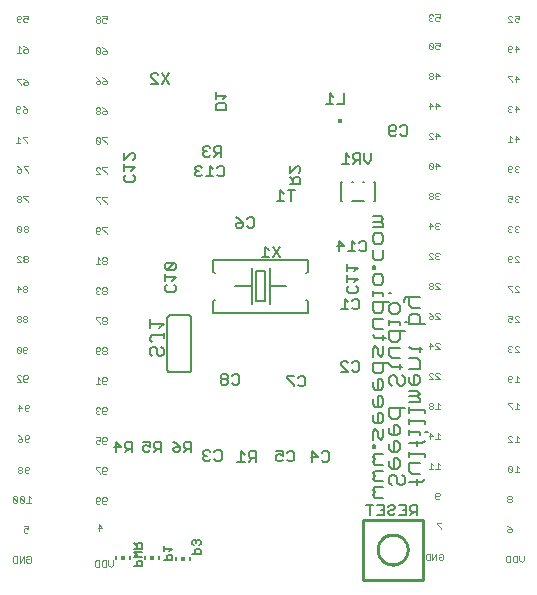
<source format=gbr>
G04 EAGLE Gerber RS-274X export*
G75*
%MOMM*%
%FSLAX34Y34*%
%LPD*%
%INSilkscreen Bottom*%
%IPPOS*%
%AMOC8*
5,1,8,0,0,1.08239X$1,22.5*%
G01*
%ADD10C,0.076200*%
%ADD11C,0.127000*%
%ADD12C,0.152400*%
%ADD13R,0.400000X0.300000*%
%ADD14C,0.177800*%
%ADD15R,0.150000X0.300000*%
%ADD16R,0.300000X0.300000*%
%ADD17C,0.218400*%


D10*
X12570Y479176D02*
X16129Y479176D01*
X16129Y476506D01*
X14350Y477396D01*
X13460Y477396D01*
X12570Y476506D01*
X12570Y474727D01*
X13460Y473837D01*
X15239Y473837D01*
X16129Y474727D01*
X10516Y474727D02*
X9626Y473837D01*
X7847Y473837D01*
X6957Y474727D01*
X6957Y478286D01*
X7847Y479176D01*
X9626Y479176D01*
X10516Y478286D01*
X10516Y477396D01*
X9626Y476506D01*
X6957Y476506D01*
X12570Y453522D02*
X14350Y452632D01*
X16129Y450852D01*
X16129Y449073D01*
X15239Y448183D01*
X13460Y448183D01*
X12570Y449073D01*
X12570Y449963D01*
X13460Y450852D01*
X16129Y450852D01*
X10516Y451742D02*
X8736Y453522D01*
X8736Y448183D01*
X6957Y448183D02*
X10516Y448183D01*
X12570Y425836D02*
X14350Y424946D01*
X16129Y423166D01*
X16129Y421387D01*
X15239Y420497D01*
X13460Y420497D01*
X12570Y421387D01*
X12570Y422277D01*
X13460Y423166D01*
X16129Y423166D01*
X10516Y425836D02*
X6957Y425836D01*
X6957Y424946D01*
X10516Y421387D01*
X10516Y420497D01*
X12062Y402722D02*
X13842Y401832D01*
X15621Y400052D01*
X15621Y398273D01*
X14731Y397383D01*
X12952Y397383D01*
X12062Y398273D01*
X12062Y399163D01*
X12952Y400052D01*
X15621Y400052D01*
X10008Y398273D02*
X9118Y397383D01*
X7339Y397383D01*
X6449Y398273D01*
X6449Y401832D01*
X7339Y402722D01*
X9118Y402722D01*
X10008Y401832D01*
X10008Y400942D01*
X9118Y400052D01*
X6449Y400052D01*
X12062Y377068D02*
X15621Y377068D01*
X12062Y377068D02*
X12062Y376178D01*
X15621Y372619D01*
X15621Y371729D01*
X10008Y375288D02*
X8228Y377068D01*
X8228Y371729D01*
X6449Y371729D02*
X10008Y371729D01*
X12824Y351922D02*
X16383Y351922D01*
X12824Y351922D02*
X12824Y351032D01*
X16383Y347473D01*
X16383Y346583D01*
X8990Y351032D02*
X7211Y351922D01*
X8990Y351032D02*
X10770Y349252D01*
X10770Y347473D01*
X9880Y346583D01*
X8101Y346583D01*
X7211Y347473D01*
X7211Y348363D01*
X8101Y349252D01*
X10770Y349252D01*
X12570Y326776D02*
X16129Y326776D01*
X12570Y326776D02*
X12570Y325886D01*
X16129Y322327D01*
X16129Y321437D01*
X10516Y325886D02*
X9626Y326776D01*
X7847Y326776D01*
X6957Y325886D01*
X6957Y324996D01*
X7847Y324106D01*
X6957Y323217D01*
X6957Y322327D01*
X7847Y321437D01*
X9626Y321437D01*
X10516Y322327D01*
X10516Y323217D01*
X9626Y324106D01*
X10516Y324996D01*
X10516Y325886D01*
X9626Y324106D02*
X7847Y324106D01*
X15493Y301376D02*
X16383Y300486D01*
X15493Y301376D02*
X13714Y301376D01*
X12824Y300486D01*
X12824Y299596D01*
X13714Y298706D01*
X12824Y297817D01*
X12824Y296927D01*
X13714Y296037D01*
X15493Y296037D01*
X16383Y296927D01*
X16383Y297817D01*
X15493Y298706D01*
X16383Y299596D01*
X16383Y300486D01*
X15493Y298706D02*
X13714Y298706D01*
X10770Y296927D02*
X10770Y300486D01*
X9880Y301376D01*
X8101Y301376D01*
X7211Y300486D01*
X7211Y296927D01*
X8101Y296037D01*
X9880Y296037D01*
X10770Y296927D01*
X7211Y300486D01*
X15239Y276230D02*
X16129Y275340D01*
X15239Y276230D02*
X13460Y276230D01*
X12570Y275340D01*
X12570Y274450D01*
X13460Y273560D01*
X12570Y272671D01*
X12570Y271781D01*
X13460Y270891D01*
X15239Y270891D01*
X16129Y271781D01*
X16129Y272671D01*
X15239Y273560D01*
X16129Y274450D01*
X16129Y275340D01*
X15239Y273560D02*
X13460Y273560D01*
X10516Y270891D02*
X6957Y270891D01*
X10516Y270891D02*
X6957Y274450D01*
X6957Y275340D01*
X7847Y276230D01*
X9626Y276230D01*
X10516Y275340D01*
X14985Y250830D02*
X15875Y249940D01*
X14985Y250830D02*
X13206Y250830D01*
X12316Y249940D01*
X12316Y249050D01*
X13206Y248160D01*
X12316Y247271D01*
X12316Y246381D01*
X13206Y245491D01*
X14985Y245491D01*
X15875Y246381D01*
X15875Y247271D01*
X14985Y248160D01*
X15875Y249050D01*
X15875Y249940D01*
X14985Y248160D02*
X13206Y248160D01*
X7593Y245491D02*
X7593Y250830D01*
X10262Y248160D01*
X6703Y248160D01*
X14985Y225176D02*
X15875Y224286D01*
X14985Y225176D02*
X13206Y225176D01*
X12316Y224286D01*
X12316Y223396D01*
X13206Y222506D01*
X12316Y221617D01*
X12316Y220727D01*
X13206Y219837D01*
X14985Y219837D01*
X15875Y220727D01*
X15875Y221617D01*
X14985Y222506D01*
X15875Y223396D01*
X15875Y224286D01*
X14985Y222506D02*
X13206Y222506D01*
X10262Y224286D02*
X9372Y225176D01*
X7593Y225176D01*
X6703Y224286D01*
X6703Y223396D01*
X7593Y222506D01*
X6703Y221617D01*
X6703Y220727D01*
X7593Y219837D01*
X9372Y219837D01*
X10262Y220727D01*
X10262Y221617D01*
X9372Y222506D01*
X10262Y223396D01*
X10262Y224286D01*
X9372Y222506D02*
X7593Y222506D01*
X15875Y194819D02*
X14985Y193929D01*
X13206Y193929D01*
X12316Y194819D01*
X12316Y198378D01*
X13206Y199268D01*
X14985Y199268D01*
X15875Y198378D01*
X15875Y197488D01*
X14985Y196598D01*
X12316Y196598D01*
X10262Y194819D02*
X10262Y198378D01*
X9372Y199268D01*
X7593Y199268D01*
X6703Y198378D01*
X6703Y194819D01*
X7593Y193929D01*
X9372Y193929D01*
X10262Y194819D01*
X6703Y198378D01*
X16129Y170435D02*
X15239Y169545D01*
X13460Y169545D01*
X12570Y170435D01*
X12570Y173994D01*
X13460Y174884D01*
X15239Y174884D01*
X16129Y173994D01*
X16129Y173104D01*
X15239Y172214D01*
X12570Y172214D01*
X10516Y169545D02*
X6957Y169545D01*
X10516Y169545D02*
X6957Y173104D01*
X6957Y173994D01*
X7847Y174884D01*
X9626Y174884D01*
X10516Y173994D01*
X17145Y145289D02*
X16255Y144399D01*
X14476Y144399D01*
X13586Y145289D01*
X13586Y148848D01*
X14476Y149738D01*
X16255Y149738D01*
X17145Y148848D01*
X17145Y147958D01*
X16255Y147068D01*
X13586Y147068D01*
X8863Y144399D02*
X8863Y149738D01*
X11532Y147068D01*
X7973Y147068D01*
X17145Y119635D02*
X16255Y118745D01*
X14476Y118745D01*
X13586Y119635D01*
X13586Y123194D01*
X14476Y124084D01*
X16255Y124084D01*
X17145Y123194D01*
X17145Y122304D01*
X16255Y121414D01*
X13586Y121414D01*
X9752Y123194D02*
X7973Y124084D01*
X9752Y123194D02*
X11532Y121414D01*
X11532Y119635D01*
X10642Y118745D01*
X8863Y118745D01*
X7973Y119635D01*
X7973Y120525D01*
X8863Y121414D01*
X11532Y121414D01*
X17145Y93219D02*
X16255Y92329D01*
X14476Y92329D01*
X13586Y93219D01*
X13586Y96778D01*
X14476Y97668D01*
X16255Y97668D01*
X17145Y96778D01*
X17145Y95888D01*
X16255Y94998D01*
X13586Y94998D01*
X11532Y96778D02*
X10642Y97668D01*
X8863Y97668D01*
X7973Y96778D01*
X7973Y95888D01*
X8863Y94998D01*
X7973Y94109D01*
X7973Y93219D01*
X8863Y92329D01*
X10642Y92329D01*
X11532Y93219D01*
X11532Y94109D01*
X10642Y94998D01*
X11532Y95888D01*
X11532Y96778D01*
X10642Y94998D02*
X8863Y94998D01*
X16890Y72522D02*
X18669Y70742D01*
X16890Y72522D02*
X16890Y67183D01*
X18669Y67183D02*
X15110Y67183D01*
X13056Y68073D02*
X13056Y71632D01*
X12166Y72522D01*
X10387Y72522D01*
X9497Y71632D01*
X9497Y68073D01*
X10387Y67183D01*
X12166Y67183D01*
X13056Y68073D01*
X9497Y71632D01*
X7443Y71632D02*
X7443Y68073D01*
X7443Y71632D02*
X6553Y72522D01*
X4774Y72522D01*
X3884Y71632D01*
X3884Y68073D01*
X4774Y67183D01*
X6553Y67183D01*
X7443Y68073D01*
X3884Y71632D01*
X13078Y47122D02*
X16637Y47122D01*
X16637Y44452D01*
X14858Y45342D01*
X13968Y45342D01*
X13078Y44452D01*
X13078Y42673D01*
X13968Y41783D01*
X15747Y41783D01*
X16637Y42673D01*
X16000Y21722D02*
X15110Y20832D01*
X16000Y21722D02*
X17779Y21722D01*
X18669Y20832D01*
X18669Y17273D01*
X17779Y16383D01*
X16000Y16383D01*
X15110Y17273D01*
X15110Y19052D01*
X16890Y19052D01*
X13056Y16383D02*
X13056Y21722D01*
X9497Y16383D01*
X9497Y21722D01*
X7443Y21722D02*
X7443Y16383D01*
X4774Y16383D01*
X3884Y17273D01*
X3884Y20832D01*
X4774Y21722D01*
X7443Y21722D01*
X79372Y478922D02*
X82931Y478922D01*
X82931Y476252D01*
X81152Y477142D01*
X80262Y477142D01*
X79372Y476252D01*
X79372Y474473D01*
X80262Y473583D01*
X82041Y473583D01*
X82931Y474473D01*
X77318Y478032D02*
X76428Y478922D01*
X74649Y478922D01*
X73759Y478032D01*
X73759Y477142D01*
X74649Y476252D01*
X73759Y475363D01*
X73759Y474473D01*
X74649Y473583D01*
X76428Y473583D01*
X77318Y474473D01*
X77318Y475363D01*
X76428Y476252D01*
X77318Y477142D01*
X77318Y478032D01*
X76428Y476252D02*
X74649Y476252D01*
X79372Y452506D02*
X81152Y451616D01*
X82931Y449836D01*
X82931Y448057D01*
X82041Y447167D01*
X80262Y447167D01*
X79372Y448057D01*
X79372Y448947D01*
X80262Y449836D01*
X82931Y449836D01*
X77318Y448057D02*
X77318Y451616D01*
X76428Y452506D01*
X74649Y452506D01*
X73759Y451616D01*
X73759Y448057D01*
X74649Y447167D01*
X76428Y447167D01*
X77318Y448057D01*
X73759Y451616D01*
X79372Y427106D02*
X81152Y426216D01*
X82931Y424436D01*
X82931Y422657D01*
X82041Y421767D01*
X80262Y421767D01*
X79372Y422657D01*
X79372Y423547D01*
X80262Y424436D01*
X82931Y424436D01*
X75538Y426216D02*
X73759Y427106D01*
X75538Y426216D02*
X77318Y424436D01*
X77318Y422657D01*
X76428Y421767D01*
X74649Y421767D01*
X73759Y422657D01*
X73759Y423547D01*
X74649Y424436D01*
X77318Y424436D01*
X79372Y401706D02*
X81152Y400816D01*
X82931Y399036D01*
X82931Y397257D01*
X82041Y396367D01*
X80262Y396367D01*
X79372Y397257D01*
X79372Y398147D01*
X80262Y399036D01*
X82931Y399036D01*
X77318Y400816D02*
X76428Y401706D01*
X74649Y401706D01*
X73759Y400816D01*
X73759Y399926D01*
X74649Y399036D01*
X73759Y398147D01*
X73759Y397257D01*
X74649Y396367D01*
X76428Y396367D01*
X77318Y397257D01*
X77318Y398147D01*
X76428Y399036D01*
X77318Y399926D01*
X77318Y400816D01*
X76428Y399036D02*
X74649Y399036D01*
X79372Y376306D02*
X82931Y376306D01*
X79372Y376306D02*
X79372Y375416D01*
X82931Y371857D01*
X82931Y370967D01*
X77318Y371857D02*
X77318Y375416D01*
X76428Y376306D01*
X74649Y376306D01*
X73759Y375416D01*
X73759Y371857D01*
X74649Y370967D01*
X76428Y370967D01*
X77318Y371857D01*
X73759Y375416D01*
X79372Y350906D02*
X82931Y350906D01*
X79372Y350906D02*
X79372Y350016D01*
X82931Y346457D01*
X82931Y345567D01*
X77318Y345567D02*
X73759Y345567D01*
X77318Y345567D02*
X73759Y349126D01*
X73759Y350016D01*
X74649Y350906D01*
X76428Y350906D01*
X77318Y350016D01*
X79372Y325506D02*
X82931Y325506D01*
X79372Y325506D02*
X79372Y324616D01*
X82931Y321057D01*
X82931Y320167D01*
X77318Y325506D02*
X73759Y325506D01*
X73759Y324616D01*
X77318Y321057D01*
X77318Y320167D01*
X79372Y300106D02*
X82931Y300106D01*
X79372Y300106D02*
X79372Y299216D01*
X82931Y295657D01*
X82931Y294767D01*
X77318Y295657D02*
X76428Y294767D01*
X74649Y294767D01*
X73759Y295657D01*
X73759Y299216D01*
X74649Y300106D01*
X76428Y300106D01*
X77318Y299216D01*
X77318Y298326D01*
X76428Y297436D01*
X73759Y297436D01*
X82041Y274706D02*
X82931Y273816D01*
X82041Y274706D02*
X80262Y274706D01*
X79372Y273816D01*
X79372Y272926D01*
X80262Y272036D01*
X79372Y271147D01*
X79372Y270257D01*
X80262Y269367D01*
X82041Y269367D01*
X82931Y270257D01*
X82931Y271147D01*
X82041Y272036D01*
X82931Y272926D01*
X82931Y273816D01*
X82041Y272036D02*
X80262Y272036D01*
X77318Y272926D02*
X75538Y274706D01*
X75538Y269367D01*
X73759Y269367D02*
X77318Y269367D01*
X82041Y249306D02*
X82931Y248416D01*
X82041Y249306D02*
X80262Y249306D01*
X79372Y248416D01*
X79372Y247526D01*
X80262Y246636D01*
X79372Y245747D01*
X79372Y244857D01*
X80262Y243967D01*
X82041Y243967D01*
X82931Y244857D01*
X82931Y245747D01*
X82041Y246636D01*
X82931Y247526D01*
X82931Y248416D01*
X82041Y246636D02*
X80262Y246636D01*
X77318Y248416D02*
X76428Y249306D01*
X74649Y249306D01*
X73759Y248416D01*
X73759Y247526D01*
X74649Y246636D01*
X75538Y246636D01*
X74649Y246636D02*
X73759Y245747D01*
X73759Y244857D01*
X74649Y243967D01*
X76428Y243967D01*
X77318Y244857D01*
X82041Y223906D02*
X82931Y223016D01*
X82041Y223906D02*
X80262Y223906D01*
X79372Y223016D01*
X79372Y222126D01*
X80262Y221236D01*
X79372Y220347D01*
X79372Y219457D01*
X80262Y218567D01*
X82041Y218567D01*
X82931Y219457D01*
X82931Y220347D01*
X82041Y221236D01*
X82931Y222126D01*
X82931Y223016D01*
X82041Y221236D02*
X80262Y221236D01*
X77318Y223906D02*
X73759Y223906D01*
X73759Y223016D01*
X77318Y219457D01*
X77318Y218567D01*
X82041Y198506D02*
X82931Y197616D01*
X82041Y198506D02*
X80262Y198506D01*
X79372Y197616D01*
X79372Y196726D01*
X80262Y195836D01*
X79372Y194947D01*
X79372Y194057D01*
X80262Y193167D01*
X82041Y193167D01*
X82931Y194057D01*
X82931Y194947D01*
X82041Y195836D01*
X82931Y196726D01*
X82931Y197616D01*
X82041Y195836D02*
X80262Y195836D01*
X77318Y194057D02*
X76428Y193167D01*
X74649Y193167D01*
X73759Y194057D01*
X73759Y197616D01*
X74649Y198506D01*
X76428Y198506D01*
X77318Y197616D01*
X77318Y196726D01*
X76428Y195836D01*
X73759Y195836D01*
X82931Y168657D02*
X82041Y167767D01*
X80262Y167767D01*
X79372Y168657D01*
X79372Y172216D01*
X80262Y173106D01*
X82041Y173106D01*
X82931Y172216D01*
X82931Y171326D01*
X82041Y170436D01*
X79372Y170436D01*
X77318Y171326D02*
X75538Y173106D01*
X75538Y167767D01*
X73759Y167767D02*
X77318Y167767D01*
X82931Y143257D02*
X82041Y142367D01*
X80262Y142367D01*
X79372Y143257D01*
X79372Y146816D01*
X80262Y147706D01*
X82041Y147706D01*
X82931Y146816D01*
X82931Y145926D01*
X82041Y145036D01*
X79372Y145036D01*
X77318Y146816D02*
X76428Y147706D01*
X74649Y147706D01*
X73759Y146816D01*
X73759Y145926D01*
X74649Y145036D01*
X75538Y145036D01*
X74649Y145036D02*
X73759Y144147D01*
X73759Y143257D01*
X74649Y142367D01*
X76428Y142367D01*
X77318Y143257D01*
X82931Y117857D02*
X82041Y116967D01*
X80262Y116967D01*
X79372Y117857D01*
X79372Y121416D01*
X80262Y122306D01*
X82041Y122306D01*
X82931Y121416D01*
X82931Y120526D01*
X82041Y119636D01*
X79372Y119636D01*
X77318Y122306D02*
X73759Y122306D01*
X77318Y122306D02*
X77318Y119636D01*
X75538Y120526D01*
X74649Y120526D01*
X73759Y119636D01*
X73759Y117857D01*
X74649Y116967D01*
X76428Y116967D01*
X77318Y117857D01*
X82931Y92457D02*
X82041Y91567D01*
X80262Y91567D01*
X79372Y92457D01*
X79372Y96016D01*
X80262Y96906D01*
X82041Y96906D01*
X82931Y96016D01*
X82931Y95126D01*
X82041Y94236D01*
X79372Y94236D01*
X77318Y96906D02*
X73759Y96906D01*
X73759Y96016D01*
X77318Y92457D01*
X77318Y91567D01*
X82931Y67057D02*
X82041Y66167D01*
X80262Y66167D01*
X79372Y67057D01*
X79372Y70616D01*
X80262Y71506D01*
X82041Y71506D01*
X82931Y70616D01*
X82931Y69726D01*
X82041Y68836D01*
X79372Y68836D01*
X77318Y67057D02*
X76428Y66167D01*
X74649Y66167D01*
X73759Y67057D01*
X73759Y70616D01*
X74649Y71506D01*
X76428Y71506D01*
X77318Y70616D01*
X77318Y69726D01*
X76428Y68836D01*
X73759Y68836D01*
X76452Y48646D02*
X76452Y43307D01*
X79121Y45976D02*
X76452Y48646D01*
X75562Y45976D02*
X79121Y45976D01*
X88011Y18166D02*
X88011Y14607D01*
X86232Y12827D01*
X84452Y14607D01*
X84452Y18166D01*
X82398Y18166D02*
X82398Y12827D01*
X79729Y12827D01*
X78839Y13717D01*
X78839Y17276D01*
X79729Y18166D01*
X82398Y18166D01*
X76785Y18166D02*
X76785Y12827D01*
X74116Y12827D01*
X73226Y13717D01*
X73226Y17276D01*
X74116Y18166D01*
X76785Y18166D01*
X364181Y22610D02*
X365071Y23500D01*
X366851Y23500D01*
X367740Y22610D01*
X367740Y19051D01*
X366851Y18161D01*
X365071Y18161D01*
X364181Y19051D01*
X364181Y20830D01*
X365961Y20830D01*
X362127Y18161D02*
X362127Y23500D01*
X358568Y18161D01*
X358568Y23500D01*
X356514Y23500D02*
X356514Y18161D01*
X353845Y18161D01*
X352955Y19051D01*
X352955Y22610D01*
X353845Y23500D01*
X356514Y23500D01*
X361312Y480446D02*
X364871Y480446D01*
X364871Y477776D01*
X363092Y478666D01*
X362202Y478666D01*
X361312Y477776D01*
X361312Y475997D01*
X362202Y475107D01*
X363981Y475107D01*
X364871Y475997D01*
X359258Y479556D02*
X358368Y480446D01*
X356589Y480446D01*
X355699Y479556D01*
X355699Y478666D01*
X356589Y477776D01*
X357478Y477776D01*
X356589Y477776D02*
X355699Y476887D01*
X355699Y475997D01*
X356589Y475107D01*
X358368Y475107D01*
X359258Y475997D01*
X361312Y456316D02*
X364871Y456316D01*
X364871Y453646D01*
X363092Y454536D01*
X362202Y454536D01*
X361312Y453646D01*
X361312Y451867D01*
X362202Y450977D01*
X363981Y450977D01*
X364871Y451867D01*
X359258Y451867D02*
X359258Y455426D01*
X358368Y456316D01*
X356589Y456316D01*
X355699Y455426D01*
X355699Y451867D01*
X356589Y450977D01*
X358368Y450977D01*
X359258Y451867D01*
X355699Y455426D01*
X362202Y430916D02*
X362202Y425577D01*
X364871Y428246D02*
X362202Y430916D01*
X361312Y428246D02*
X364871Y428246D01*
X359258Y430026D02*
X358368Y430916D01*
X356589Y430916D01*
X355699Y430026D01*
X355699Y429136D01*
X356589Y428246D01*
X355699Y427357D01*
X355699Y426467D01*
X356589Y425577D01*
X358368Y425577D01*
X359258Y426467D01*
X359258Y427357D01*
X358368Y428246D01*
X359258Y429136D01*
X359258Y430026D01*
X358368Y428246D02*
X356589Y428246D01*
X362202Y405516D02*
X362202Y400177D01*
X364871Y402846D02*
X362202Y405516D01*
X361312Y402846D02*
X364871Y402846D01*
X356589Y400177D02*
X356589Y405516D01*
X359258Y402846D01*
X355699Y402846D01*
X362202Y380116D02*
X362202Y374777D01*
X364871Y377446D02*
X362202Y380116D01*
X361312Y377446D02*
X364871Y377446D01*
X359258Y374777D02*
X355699Y374777D01*
X359258Y374777D02*
X355699Y378336D01*
X355699Y379226D01*
X356589Y380116D01*
X358368Y380116D01*
X359258Y379226D01*
X362202Y354716D02*
X362202Y349377D01*
X364871Y352046D02*
X362202Y354716D01*
X361312Y352046D02*
X364871Y352046D01*
X359258Y350267D02*
X359258Y353826D01*
X358368Y354716D01*
X356589Y354716D01*
X355699Y353826D01*
X355699Y350267D01*
X356589Y349377D01*
X358368Y349377D01*
X359258Y350267D01*
X355699Y353826D01*
X363981Y329316D02*
X364871Y328426D01*
X363981Y329316D02*
X362202Y329316D01*
X361312Y328426D01*
X361312Y327536D01*
X362202Y326646D01*
X363092Y326646D01*
X362202Y326646D02*
X361312Y325757D01*
X361312Y324867D01*
X362202Y323977D01*
X363981Y323977D01*
X364871Y324867D01*
X359258Y328426D02*
X358368Y329316D01*
X356589Y329316D01*
X355699Y328426D01*
X355699Y327536D01*
X356589Y326646D01*
X355699Y325757D01*
X355699Y324867D01*
X356589Y323977D01*
X358368Y323977D01*
X359258Y324867D01*
X359258Y325757D01*
X358368Y326646D01*
X359258Y327536D01*
X359258Y328426D01*
X358368Y326646D02*
X356589Y326646D01*
X363981Y303916D02*
X364871Y303026D01*
X363981Y303916D02*
X362202Y303916D01*
X361312Y303026D01*
X361312Y302136D01*
X362202Y301246D01*
X363092Y301246D01*
X362202Y301246D02*
X361312Y300357D01*
X361312Y299467D01*
X362202Y298577D01*
X363981Y298577D01*
X364871Y299467D01*
X356589Y298577D02*
X356589Y303916D01*
X359258Y301246D01*
X355699Y301246D01*
X363981Y278516D02*
X364871Y277626D01*
X363981Y278516D02*
X362202Y278516D01*
X361312Y277626D01*
X361312Y276736D01*
X362202Y275846D01*
X363092Y275846D01*
X362202Y275846D02*
X361312Y274957D01*
X361312Y274067D01*
X362202Y273177D01*
X363981Y273177D01*
X364871Y274067D01*
X359258Y273177D02*
X355699Y273177D01*
X359258Y273177D02*
X355699Y276736D01*
X355699Y277626D01*
X356589Y278516D01*
X358368Y278516D01*
X359258Y277626D01*
X361312Y247777D02*
X364871Y247777D01*
X361312Y251336D01*
X361312Y252226D01*
X362202Y253116D01*
X363981Y253116D01*
X364871Y252226D01*
X359258Y252226D02*
X358368Y253116D01*
X356589Y253116D01*
X355699Y252226D01*
X355699Y251336D01*
X356589Y250446D01*
X355699Y249557D01*
X355699Y248667D01*
X356589Y247777D01*
X358368Y247777D01*
X359258Y248667D01*
X359258Y249557D01*
X358368Y250446D01*
X359258Y251336D01*
X359258Y252226D01*
X358368Y250446D02*
X356589Y250446D01*
X361312Y222377D02*
X364871Y222377D01*
X361312Y225936D01*
X361312Y226826D01*
X362202Y227716D01*
X363981Y227716D01*
X364871Y226826D01*
X357478Y226826D02*
X355699Y227716D01*
X357478Y226826D02*
X359258Y225046D01*
X359258Y223267D01*
X358368Y222377D01*
X356589Y222377D01*
X355699Y223267D01*
X355699Y224157D01*
X356589Y225046D01*
X359258Y225046D01*
X361312Y196977D02*
X364871Y196977D01*
X361312Y200536D01*
X361312Y201426D01*
X362202Y202316D01*
X363981Y202316D01*
X364871Y201426D01*
X356589Y202316D02*
X356589Y196977D01*
X359258Y199646D02*
X356589Y202316D01*
X355699Y199646D02*
X359258Y199646D01*
X361312Y171577D02*
X364871Y171577D01*
X361312Y175136D01*
X361312Y176026D01*
X362202Y176916D01*
X363981Y176916D01*
X364871Y176026D01*
X359258Y171577D02*
X355699Y171577D01*
X359258Y171577D02*
X355699Y175136D01*
X355699Y176026D01*
X356589Y176916D01*
X358368Y176916D01*
X359258Y176026D01*
X363092Y151516D02*
X364871Y149736D01*
X363092Y151516D02*
X363092Y146177D01*
X364871Y146177D02*
X361312Y146177D01*
X359258Y150626D02*
X358368Y151516D01*
X356589Y151516D01*
X355699Y150626D01*
X355699Y149736D01*
X356589Y148846D01*
X355699Y147957D01*
X355699Y147067D01*
X356589Y146177D01*
X358368Y146177D01*
X359258Y147067D01*
X359258Y147957D01*
X358368Y148846D01*
X359258Y149736D01*
X359258Y150626D01*
X358368Y148846D02*
X356589Y148846D01*
X363092Y126116D02*
X364871Y124336D01*
X363092Y126116D02*
X363092Y120777D01*
X364871Y120777D02*
X361312Y120777D01*
X356589Y120777D02*
X356589Y126116D01*
X359258Y123446D01*
X355699Y123446D01*
X363092Y100716D02*
X364871Y98936D01*
X363092Y100716D02*
X363092Y95377D01*
X364871Y95377D02*
X361312Y95377D01*
X359258Y98936D02*
X357478Y100716D01*
X357478Y95377D01*
X355699Y95377D02*
X359258Y95377D01*
X364871Y70867D02*
X363981Y69977D01*
X362202Y69977D01*
X361312Y70867D01*
X361312Y74426D01*
X362202Y75316D01*
X363981Y75316D01*
X364871Y74426D01*
X364871Y73536D01*
X363981Y72646D01*
X361312Y72646D01*
X362582Y49916D02*
X366141Y49916D01*
X362582Y49916D02*
X362582Y49026D01*
X366141Y45467D01*
X366141Y44577D01*
X366141Y49916D02*
X362582Y49916D01*
X362582Y49026D01*
X366141Y45467D01*
X366141Y44577D01*
X435991Y21976D02*
X435991Y18417D01*
X434212Y16637D01*
X432432Y18417D01*
X432432Y21976D01*
X430378Y21976D02*
X430378Y16637D01*
X427709Y16637D01*
X426819Y17527D01*
X426819Y21086D01*
X427709Y21976D01*
X430378Y21976D01*
X424765Y21976D02*
X424765Y16637D01*
X422096Y16637D01*
X421206Y17527D01*
X421206Y21086D01*
X422096Y21976D01*
X424765Y21976D01*
X428622Y479176D02*
X432181Y479176D01*
X432181Y476506D01*
X430402Y477396D01*
X429512Y477396D01*
X428622Y476506D01*
X428622Y474727D01*
X429512Y473837D01*
X431291Y473837D01*
X432181Y474727D01*
X426568Y473837D02*
X423009Y473837D01*
X426568Y473837D02*
X423009Y477396D01*
X423009Y478286D01*
X423899Y479176D01*
X425678Y479176D01*
X426568Y478286D01*
X429512Y453776D02*
X429512Y448437D01*
X432181Y451106D02*
X429512Y453776D01*
X428622Y451106D02*
X432181Y451106D01*
X426568Y449327D02*
X425678Y448437D01*
X423899Y448437D01*
X423009Y449327D01*
X423009Y452886D01*
X423899Y453776D01*
X425678Y453776D01*
X426568Y452886D01*
X426568Y451996D01*
X425678Y451106D01*
X423009Y451106D01*
X429512Y428376D02*
X429512Y423037D01*
X432181Y425706D02*
X429512Y428376D01*
X428622Y425706D02*
X432181Y425706D01*
X426568Y428376D02*
X423009Y428376D01*
X423009Y427486D01*
X426568Y423927D01*
X426568Y423037D01*
X429512Y402976D02*
X429512Y397637D01*
X432181Y400306D02*
X429512Y402976D01*
X428622Y400306D02*
X432181Y400306D01*
X426568Y402086D02*
X425678Y402976D01*
X423899Y402976D01*
X423009Y402086D01*
X423009Y401196D01*
X423899Y400306D01*
X424788Y400306D01*
X423899Y400306D02*
X423009Y399417D01*
X423009Y398527D01*
X423899Y397637D01*
X425678Y397637D01*
X426568Y398527D01*
X429512Y377576D02*
X429512Y372237D01*
X432181Y374906D02*
X429512Y377576D01*
X428622Y374906D02*
X432181Y374906D01*
X426568Y375796D02*
X424788Y377576D01*
X424788Y372237D01*
X423009Y372237D02*
X426568Y372237D01*
X431291Y352176D02*
X432181Y351286D01*
X431291Y352176D02*
X429512Y352176D01*
X428622Y351286D01*
X428622Y350396D01*
X429512Y349506D01*
X430402Y349506D01*
X429512Y349506D02*
X428622Y348617D01*
X428622Y347727D01*
X429512Y346837D01*
X431291Y346837D01*
X432181Y347727D01*
X426568Y347727D02*
X425678Y346837D01*
X423899Y346837D01*
X423009Y347727D01*
X423009Y351286D01*
X423899Y352176D01*
X425678Y352176D01*
X426568Y351286D01*
X426568Y350396D01*
X425678Y349506D01*
X423009Y349506D01*
X431291Y326776D02*
X432181Y325886D01*
X431291Y326776D02*
X429512Y326776D01*
X428622Y325886D01*
X428622Y324996D01*
X429512Y324106D01*
X430402Y324106D01*
X429512Y324106D02*
X428622Y323217D01*
X428622Y322327D01*
X429512Y321437D01*
X431291Y321437D01*
X432181Y322327D01*
X426568Y326776D02*
X423009Y326776D01*
X426568Y326776D02*
X426568Y324106D01*
X424788Y324996D01*
X423899Y324996D01*
X423009Y324106D01*
X423009Y322327D01*
X423899Y321437D01*
X425678Y321437D01*
X426568Y322327D01*
X431291Y301376D02*
X432181Y300486D01*
X431291Y301376D02*
X429512Y301376D01*
X428622Y300486D01*
X428622Y299596D01*
X429512Y298706D01*
X430402Y298706D01*
X429512Y298706D02*
X428622Y297817D01*
X428622Y296927D01*
X429512Y296037D01*
X431291Y296037D01*
X432181Y296927D01*
X426568Y300486D02*
X425678Y301376D01*
X423899Y301376D01*
X423009Y300486D01*
X423009Y299596D01*
X423899Y298706D01*
X424788Y298706D01*
X423899Y298706D02*
X423009Y297817D01*
X423009Y296927D01*
X423899Y296037D01*
X425678Y296037D01*
X426568Y296927D01*
X428622Y270637D02*
X432181Y270637D01*
X428622Y274196D01*
X428622Y275086D01*
X429512Y275976D01*
X431291Y275976D01*
X432181Y275086D01*
X426568Y271527D02*
X425678Y270637D01*
X423899Y270637D01*
X423009Y271527D01*
X423009Y275086D01*
X423899Y275976D01*
X425678Y275976D01*
X426568Y275086D01*
X426568Y274196D01*
X425678Y273306D01*
X423009Y273306D01*
X428622Y245237D02*
X432181Y245237D01*
X428622Y248796D01*
X428622Y249686D01*
X429512Y250576D01*
X431291Y250576D01*
X432181Y249686D01*
X426568Y250576D02*
X423009Y250576D01*
X423009Y249686D01*
X426568Y246127D01*
X426568Y245237D01*
X428622Y219837D02*
X432181Y219837D01*
X428622Y223396D01*
X428622Y224286D01*
X429512Y225176D01*
X431291Y225176D01*
X432181Y224286D01*
X426568Y225176D02*
X423009Y225176D01*
X426568Y225176D02*
X426568Y222506D01*
X424788Y223396D01*
X423899Y223396D01*
X423009Y222506D01*
X423009Y220727D01*
X423899Y219837D01*
X425678Y219837D01*
X426568Y220727D01*
X428622Y194437D02*
X432181Y194437D01*
X428622Y197996D01*
X428622Y198886D01*
X429512Y199776D01*
X431291Y199776D01*
X432181Y198886D01*
X426568Y198886D02*
X425678Y199776D01*
X423899Y199776D01*
X423009Y198886D01*
X423009Y197996D01*
X423899Y197106D01*
X424788Y197106D01*
X423899Y197106D02*
X423009Y196217D01*
X423009Y195327D01*
X423899Y194437D01*
X425678Y194437D01*
X426568Y195327D01*
X430402Y174376D02*
X432181Y172596D01*
X430402Y174376D02*
X430402Y169037D01*
X432181Y169037D02*
X428622Y169037D01*
X426568Y169927D02*
X425678Y169037D01*
X423899Y169037D01*
X423009Y169927D01*
X423009Y173486D01*
X423899Y174376D01*
X425678Y174376D01*
X426568Y173486D01*
X426568Y172596D01*
X425678Y171706D01*
X423009Y171706D01*
X430402Y151516D02*
X432181Y149736D01*
X430402Y151516D02*
X430402Y146177D01*
X432181Y146177D02*
X428622Y146177D01*
X426568Y151516D02*
X423009Y151516D01*
X423009Y150626D01*
X426568Y147067D01*
X426568Y146177D01*
X430402Y123576D02*
X432181Y121796D01*
X430402Y123576D02*
X430402Y118237D01*
X432181Y118237D02*
X428622Y118237D01*
X426568Y118237D02*
X423009Y118237D01*
X426568Y118237D02*
X423009Y121796D01*
X423009Y122686D01*
X423899Y123576D01*
X425678Y123576D01*
X426568Y122686D01*
X430402Y98176D02*
X432181Y96396D01*
X430402Y98176D02*
X430402Y92837D01*
X432181Y92837D02*
X428622Y92837D01*
X426568Y93727D02*
X426568Y97286D01*
X425678Y98176D01*
X423899Y98176D01*
X423009Y97286D01*
X423009Y93727D01*
X423899Y92837D01*
X425678Y92837D01*
X426568Y93727D01*
X423009Y97286D01*
X424941Y72776D02*
X425831Y71886D01*
X424941Y72776D02*
X423162Y72776D01*
X422272Y71886D01*
X422272Y70996D01*
X423162Y70106D01*
X422272Y69217D01*
X422272Y68327D01*
X423162Y67437D01*
X424941Y67437D01*
X425831Y68327D01*
X425831Y69217D01*
X424941Y70106D01*
X425831Y70996D01*
X425831Y71886D01*
X424941Y70106D02*
X423162Y70106D01*
X422272Y47376D02*
X424052Y46486D01*
X425831Y44706D01*
X425831Y42927D01*
X424941Y42037D01*
X423162Y42037D01*
X422272Y42927D01*
X422272Y43817D01*
X423162Y44706D01*
X425831Y44706D01*
D11*
X112909Y13335D02*
X106045Y13335D01*
X112909Y13335D02*
X112909Y16767D01*
X111765Y17911D01*
X109477Y17911D01*
X108333Y16767D01*
X108333Y13335D01*
X106045Y20819D02*
X112909Y20819D01*
X108333Y23107D02*
X106045Y20819D01*
X108333Y23107D02*
X106045Y25395D01*
X112909Y25395D01*
X112909Y28303D02*
X106045Y28303D01*
X112909Y28303D02*
X112909Y31735D01*
X111765Y32879D01*
X109477Y32879D01*
X108333Y31735D01*
X108333Y28303D01*
X108333Y30591D02*
X106045Y32879D01*
X131445Y18415D02*
X138309Y18415D01*
X138309Y21847D01*
X137165Y22991D01*
X134877Y22991D01*
X133733Y21847D01*
X133733Y18415D01*
X136021Y25899D02*
X138309Y28187D01*
X131445Y28187D01*
X131445Y25899D02*
X131445Y30475D01*
X155575Y23495D02*
X162439Y23495D01*
X162439Y26927D01*
X161295Y28071D01*
X159007Y28071D01*
X157863Y26927D01*
X157863Y23495D01*
X161295Y30979D02*
X162439Y32123D01*
X162439Y34411D01*
X161295Y35555D01*
X160151Y35555D01*
X159007Y34411D01*
X159007Y33267D01*
X159007Y34411D02*
X157863Y35555D01*
X156719Y35555D01*
X155575Y34411D01*
X155575Y32123D01*
X156719Y30979D01*
D12*
X345948Y56642D02*
X345948Y65285D01*
X341626Y65285D01*
X340186Y63845D01*
X340186Y60964D01*
X341626Y59523D01*
X345948Y59523D01*
X343067Y59523D02*
X340186Y56642D01*
X336593Y65285D02*
X330831Y65285D01*
X336593Y65285D02*
X336593Y56642D01*
X330831Y56642D01*
X333712Y60964D02*
X336593Y60964D01*
X322916Y65285D02*
X321475Y63845D01*
X322916Y65285D02*
X325797Y65285D01*
X327238Y63845D01*
X327238Y62404D01*
X325797Y60964D01*
X322916Y60964D01*
X321475Y59523D01*
X321475Y58083D01*
X322916Y56642D01*
X325797Y56642D01*
X327238Y58083D01*
X317882Y65285D02*
X312120Y65285D01*
X317882Y65285D02*
X317882Y56642D01*
X312120Y56642D01*
X315001Y60964D02*
X317882Y60964D01*
X305646Y56642D02*
X305646Y65285D01*
X308527Y65285D02*
X302765Y65285D01*
D11*
X290867Y238174D02*
X292350Y239657D01*
X295316Y239657D01*
X296799Y238174D01*
X296799Y232242D01*
X295316Y230759D01*
X292350Y230759D01*
X290867Y232242D01*
X287444Y236691D02*
X284478Y239657D01*
X284478Y230759D01*
X287444Y230759D02*
X281512Y230759D01*
X292350Y186889D02*
X290867Y185406D01*
X292350Y186889D02*
X295316Y186889D01*
X296799Y185406D01*
X296799Y179474D01*
X295316Y177991D01*
X292350Y177991D01*
X290867Y179474D01*
X287444Y177991D02*
X281512Y177991D01*
X287444Y177991D02*
X281512Y183923D01*
X281512Y185406D01*
X282995Y186889D01*
X285961Y186889D01*
X287444Y185406D01*
X175764Y111323D02*
X174281Y109840D01*
X175764Y111323D02*
X178730Y111323D01*
X180213Y109840D01*
X180213Y103908D01*
X178730Y102425D01*
X175764Y102425D01*
X174281Y103908D01*
X170858Y109840D02*
X169375Y111323D01*
X166409Y111323D01*
X164926Y109840D01*
X164926Y108357D01*
X166409Y106874D01*
X167892Y106874D01*
X166409Y106874D02*
X164926Y105391D01*
X164926Y103908D01*
X166409Y102425D01*
X169375Y102425D01*
X170858Y103908D01*
X265065Y109142D02*
X266548Y110625D01*
X269513Y110625D01*
X270996Y109142D01*
X270996Y103210D01*
X269513Y101727D01*
X266548Y101727D01*
X265065Y103210D01*
X257192Y101727D02*
X257192Y110625D01*
X261641Y106176D01*
X255709Y106176D01*
X237232Y111069D02*
X235749Y109586D01*
X237232Y111069D02*
X240198Y111069D01*
X241681Y109586D01*
X241681Y103654D01*
X240198Y102171D01*
X237232Y102171D01*
X235749Y103654D01*
X232326Y111069D02*
X226394Y111069D01*
X232326Y111069D02*
X232326Y106620D01*
X229360Y108103D01*
X227877Y108103D01*
X226394Y106620D01*
X226394Y103654D01*
X227877Y102171D01*
X230843Y102171D01*
X232326Y103654D01*
X201628Y307262D02*
X203111Y308745D01*
X206076Y308745D01*
X207559Y307262D01*
X207559Y301330D01*
X206076Y299847D01*
X203111Y299847D01*
X201628Y301330D01*
X195238Y307262D02*
X192272Y308745D01*
X195238Y307262D02*
X198204Y304296D01*
X198204Y301330D01*
X196721Y299847D01*
X193755Y299847D01*
X192272Y301330D01*
X192272Y302813D01*
X193755Y304296D01*
X198204Y304296D01*
X246630Y174379D02*
X245147Y172896D01*
X246630Y174379D02*
X249596Y174379D01*
X251079Y172896D01*
X251079Y166964D01*
X249596Y165481D01*
X246630Y165481D01*
X245147Y166964D01*
X241724Y174379D02*
X235792Y174379D01*
X235792Y172896D01*
X241724Y166964D01*
X241724Y165481D01*
X190411Y175967D02*
X188928Y174484D01*
X190411Y175967D02*
X193376Y175967D01*
X194859Y174484D01*
X194859Y168552D01*
X193376Y167069D01*
X190411Y167069D01*
X188928Y168552D01*
X185504Y174484D02*
X184021Y175967D01*
X181055Y175967D01*
X179572Y174484D01*
X179572Y173001D01*
X181055Y171518D01*
X179572Y170035D01*
X179572Y168552D01*
X181055Y167069D01*
X184021Y167069D01*
X185504Y168552D01*
X185504Y170035D01*
X184021Y171518D01*
X185504Y173001D01*
X185504Y174484D01*
X184021Y171518D02*
X181055Y171518D01*
X209042Y110752D02*
X209042Y101854D01*
X209042Y110752D02*
X204593Y110752D01*
X203110Y109269D01*
X203110Y106303D01*
X204593Y104820D01*
X209042Y104820D01*
X206076Y104820D02*
X203110Y101854D01*
X199687Y107786D02*
X196721Y110752D01*
X196721Y101854D01*
X199687Y101854D02*
X193755Y101854D01*
X237998Y336890D02*
X246896Y336890D01*
X246896Y341338D01*
X245413Y342821D01*
X242447Y342821D01*
X240964Y341338D01*
X240964Y336890D01*
X240964Y339855D02*
X237998Y342821D01*
X237998Y346245D02*
X237998Y352177D01*
X237998Y346245D02*
X243930Y352177D01*
X245413Y352177D01*
X246896Y350694D01*
X246896Y347728D01*
X245413Y346245D01*
X331697Y384986D02*
X333180Y386469D01*
X336146Y386469D01*
X337629Y384986D01*
X337629Y379054D01*
X336146Y377571D01*
X333180Y377571D01*
X331697Y379054D01*
X328274Y379054D02*
X326791Y377571D01*
X323825Y377571D01*
X322342Y379054D01*
X322342Y384986D01*
X323825Y386469D01*
X326791Y386469D01*
X328274Y384986D01*
X328274Y383503D01*
X326791Y382020D01*
X322342Y382020D01*
X141549Y250194D02*
X140066Y251677D01*
X141549Y250194D02*
X141549Y247228D01*
X140066Y245745D01*
X134134Y245745D01*
X132651Y247228D01*
X132651Y250194D01*
X134134Y251677D01*
X138583Y255100D02*
X141549Y258066D01*
X132651Y258066D01*
X132651Y255100D02*
X132651Y261032D01*
X134134Y264455D02*
X140066Y264455D01*
X141549Y265938D01*
X141549Y268904D01*
X140066Y270387D01*
X134134Y270387D01*
X132651Y268904D01*
X132651Y265938D01*
X134134Y264455D01*
X140066Y270387D01*
X293927Y250408D02*
X295410Y248925D01*
X295410Y245959D01*
X293927Y244476D01*
X287995Y244476D01*
X286512Y245959D01*
X286512Y248925D01*
X287995Y250408D01*
X292444Y253832D02*
X295410Y256797D01*
X286512Y256797D01*
X286512Y253832D02*
X286512Y259763D01*
X292444Y263187D02*
X295410Y266153D01*
X286512Y266153D01*
X286512Y263187D02*
X286512Y269119D01*
X106752Y343223D02*
X105269Y344706D01*
X106752Y343223D02*
X106752Y340257D01*
X105269Y338774D01*
X99337Y338774D01*
X97854Y340257D01*
X97854Y343223D01*
X99337Y344706D01*
X103786Y348130D02*
X106752Y351095D01*
X97854Y351095D01*
X97854Y348130D02*
X97854Y354061D01*
X97854Y357485D02*
X97854Y363417D01*
X97854Y357485D02*
X103786Y363417D01*
X105269Y363417D01*
X106752Y361934D01*
X106752Y358968D01*
X105269Y357485D01*
X176630Y350886D02*
X178113Y352369D01*
X181079Y352369D01*
X182562Y350886D01*
X182562Y344954D01*
X181079Y343471D01*
X178113Y343471D01*
X176630Y344954D01*
X173206Y349403D02*
X170241Y352369D01*
X170241Y343471D01*
X173206Y343471D02*
X167275Y343471D01*
X163851Y350886D02*
X162368Y352369D01*
X159402Y352369D01*
X157919Y350886D01*
X157919Y349403D01*
X159402Y347920D01*
X160885Y347920D01*
X159402Y347920D02*
X157919Y346437D01*
X157919Y344954D01*
X159402Y343471D01*
X162368Y343471D01*
X163851Y344954D01*
X173233Y227690D02*
X253233Y227690D01*
X253233Y237690D01*
X251983Y238940D01*
X251983Y261440D02*
X253233Y262690D01*
X253233Y272690D01*
X173233Y272690D01*
X173233Y262690D01*
X174483Y261440D01*
X174483Y238940D02*
X173233Y237690D01*
X173233Y227690D01*
X209423Y237490D02*
X209423Y262890D01*
X217043Y262890D01*
X217043Y237490D01*
X209423Y237490D01*
X205613Y234950D02*
X205613Y250190D01*
X205613Y265430D01*
X220853Y250190D02*
X220853Y234950D01*
X220853Y250190D02*
X220853Y265430D01*
X205613Y250190D02*
X191643Y250190D01*
X220853Y250190D02*
X234823Y250190D01*
X223599Y274701D02*
X229530Y283599D01*
X223599Y283599D02*
X229530Y274701D01*
X220175Y280633D02*
X217209Y283599D01*
X217209Y274701D01*
X220175Y274701D02*
X214243Y274701D01*
D12*
X310003Y322481D02*
X310003Y338681D01*
X281563Y338681D02*
X281563Y322481D01*
X290563Y322481D02*
X301003Y322481D01*
X291503Y338681D02*
X290563Y338681D01*
X300063Y338681D02*
X301003Y338681D01*
X282503Y338681D02*
X281563Y338681D01*
X309063Y338681D02*
X310003Y338681D01*
X310003Y322481D02*
X309063Y322481D01*
X282503Y322481D02*
X281563Y322481D01*
D11*
X307086Y357042D02*
X307086Y362974D01*
X307086Y357042D02*
X304120Y354076D01*
X301154Y357042D01*
X301154Y362974D01*
X297731Y362974D02*
X297731Y354076D01*
X297731Y362974D02*
X293282Y362974D01*
X291799Y361491D01*
X291799Y358525D01*
X293282Y357042D01*
X297731Y357042D01*
X294765Y357042D02*
X291799Y354076D01*
X288376Y360008D02*
X285410Y362974D01*
X285410Y354076D01*
X288376Y354076D02*
X282444Y354076D01*
X298446Y288743D02*
X296963Y287260D01*
X298446Y288743D02*
X301412Y288743D01*
X302895Y287260D01*
X302895Y281328D01*
X301412Y279845D01*
X298446Y279845D01*
X296963Y281328D01*
X293540Y285777D02*
X290574Y288743D01*
X290574Y279845D01*
X293540Y279845D02*
X287608Y279845D01*
X279736Y279845D02*
X279736Y288743D01*
X284185Y284294D01*
X278253Y284294D01*
X184381Y399198D02*
X175483Y399198D01*
X175483Y403646D01*
X176966Y405129D01*
X182898Y405129D01*
X184381Y403646D01*
X184381Y399198D01*
X181415Y408553D02*
X184381Y411519D01*
X175483Y411519D01*
X175483Y408553D02*
X175483Y414485D01*
X239138Y331732D02*
X239138Y322834D01*
X242103Y331732D02*
X236172Y331732D01*
X232748Y328766D02*
X229782Y331732D01*
X229782Y322834D01*
X232748Y322834D02*
X226816Y322834D01*
X180191Y360172D02*
X180191Y369070D01*
X175743Y369070D01*
X174260Y367587D01*
X174260Y364621D01*
X175743Y363138D01*
X180191Y363138D01*
X177226Y363138D02*
X174260Y360172D01*
X170836Y367587D02*
X169353Y369070D01*
X166387Y369070D01*
X164904Y367587D01*
X164904Y366104D01*
X166387Y364621D01*
X167870Y364621D01*
X166387Y364621D02*
X164904Y363138D01*
X164904Y361655D01*
X166387Y360172D01*
X169353Y360172D01*
X170836Y361655D01*
D13*
X280479Y390334D03*
D11*
X284289Y404939D02*
X284289Y413837D01*
X284289Y404939D02*
X278357Y404939D01*
X274934Y410871D02*
X271968Y413837D01*
X271968Y404939D01*
X274934Y404939D02*
X269002Y404939D01*
X104459Y118752D02*
X104459Y109854D01*
X104459Y118752D02*
X100010Y118752D01*
X98527Y117269D01*
X98527Y114303D01*
X100010Y112820D01*
X104459Y112820D01*
X101493Y112820D02*
X98527Y109854D01*
X90655Y109854D02*
X90655Y118752D01*
X95104Y114303D01*
X89172Y114303D01*
X128841Y109855D02*
X128841Y118753D01*
X124392Y118753D01*
X122909Y117270D01*
X122909Y114304D01*
X124392Y112821D01*
X128841Y112821D01*
X125875Y112821D02*
X122909Y109855D01*
X119486Y118753D02*
X113554Y118753D01*
X119486Y118753D02*
X119486Y114304D01*
X116520Y115787D01*
X115037Y115787D01*
X113554Y114304D01*
X113554Y111338D01*
X115037Y109855D01*
X118003Y109855D01*
X119486Y111338D01*
X154304Y109983D02*
X154304Y118881D01*
X149855Y118881D01*
X148372Y117398D01*
X148372Y114432D01*
X149855Y112949D01*
X154304Y112949D01*
X151338Y112949D02*
X148372Y109983D01*
X141983Y117398D02*
X139017Y118881D01*
X141983Y117398D02*
X144949Y114432D01*
X144949Y111466D01*
X143466Y109983D01*
X140500Y109983D01*
X139017Y111466D01*
X139017Y112949D01*
X140500Y114432D01*
X144949Y114432D01*
X130085Y421767D02*
X136017Y430665D01*
X130085Y430665D02*
X136017Y421767D01*
X126662Y421767D02*
X120730Y421767D01*
X126662Y421767D02*
X120730Y427699D01*
X120730Y429182D01*
X122213Y430665D01*
X125179Y430665D01*
X126662Y429182D01*
D14*
X338963Y84669D02*
X350191Y84669D01*
X352437Y86914D01*
X345700Y86914D02*
X345700Y82423D01*
X347945Y91778D02*
X341209Y91778D01*
X338963Y94024D01*
X338963Y100761D01*
X347945Y100761D01*
X352437Y105811D02*
X352437Y108057D01*
X338963Y108057D01*
X338963Y110302D02*
X338963Y105811D01*
X338963Y117412D02*
X350191Y117412D01*
X352437Y119657D01*
X345700Y119657D02*
X345700Y115166D01*
X347945Y124521D02*
X347945Y126767D01*
X338963Y126767D01*
X338963Y124521D02*
X338963Y129013D01*
X352437Y126767D02*
X354682Y126767D01*
X352437Y133877D02*
X352437Y136122D01*
X338963Y136122D01*
X338963Y133877D02*
X338963Y138368D01*
X352437Y143232D02*
X352437Y145477D01*
X338963Y145477D01*
X338963Y143232D02*
X338963Y147723D01*
X338963Y152587D02*
X347945Y152587D01*
X347945Y154832D01*
X345700Y157078D01*
X338963Y157078D01*
X345700Y157078D02*
X347945Y159324D01*
X345700Y161569D01*
X338963Y161569D01*
X338963Y168865D02*
X338963Y173356D01*
X338963Y168865D02*
X341209Y166620D01*
X345700Y166620D01*
X347945Y168865D01*
X347945Y173356D01*
X345700Y175602D01*
X343454Y175602D01*
X343454Y166620D01*
X338963Y180652D02*
X347945Y180652D01*
X347945Y187389D01*
X345700Y189635D01*
X338963Y189635D01*
X341209Y196931D02*
X350191Y196931D01*
X341209Y196931D02*
X338963Y199176D01*
X347945Y199176D02*
X347945Y194685D01*
X352437Y218073D02*
X338963Y218073D01*
X338963Y224810D01*
X341209Y227056D01*
X345700Y227056D01*
X347945Y224810D01*
X347945Y218073D01*
X347945Y232106D02*
X341209Y232106D01*
X338963Y234352D01*
X338963Y241088D01*
X336717Y241088D02*
X347945Y241088D01*
X336717Y241088D02*
X334472Y238843D01*
X334472Y236597D01*
X333173Y90897D02*
X335419Y88652D01*
X335419Y84161D01*
X333173Y81915D01*
X330927Y81915D01*
X328682Y84161D01*
X328682Y88652D01*
X326436Y90897D01*
X324191Y90897D01*
X321945Y88652D01*
X321945Y84161D01*
X324191Y81915D01*
X321945Y98193D02*
X321945Y102685D01*
X321945Y98193D02*
X324191Y95948D01*
X328682Y95948D01*
X330927Y98193D01*
X330927Y102685D01*
X328682Y104930D01*
X326436Y104930D01*
X326436Y95948D01*
X321945Y112226D02*
X321945Y116717D01*
X321945Y112226D02*
X324191Y109981D01*
X328682Y109981D01*
X330927Y112226D01*
X330927Y116717D01*
X328682Y118963D01*
X326436Y118963D01*
X326436Y109981D01*
X321945Y126259D02*
X321945Y130750D01*
X321945Y126259D02*
X324191Y124013D01*
X328682Y124013D01*
X330927Y126259D01*
X330927Y130750D01*
X328682Y132996D01*
X326436Y132996D01*
X326436Y124013D01*
X321945Y147028D02*
X335419Y147028D01*
X321945Y147028D02*
X321945Y140292D01*
X324191Y138046D01*
X328682Y138046D01*
X330927Y140292D01*
X330927Y147028D01*
X335419Y172848D02*
X333173Y175094D01*
X335419Y172848D02*
X335419Y168357D01*
X333173Y166112D01*
X330927Y166112D01*
X328682Y168357D01*
X328682Y172848D01*
X326436Y175094D01*
X324191Y175094D01*
X321945Y172848D01*
X321945Y168357D01*
X324191Y166112D01*
X324191Y182390D02*
X333173Y182390D01*
X324191Y182390D02*
X321945Y184636D01*
X330927Y184636D02*
X330927Y180144D01*
X330927Y189500D02*
X324191Y189500D01*
X321945Y191745D01*
X321945Y198482D01*
X330927Y198482D01*
X335419Y212515D02*
X321945Y212515D01*
X321945Y205778D01*
X324191Y203532D01*
X328682Y203532D01*
X330927Y205778D01*
X330927Y212515D01*
X330927Y217565D02*
X330927Y219811D01*
X321945Y219811D01*
X321945Y222056D02*
X321945Y217565D01*
X335419Y219811D02*
X337664Y219811D01*
X321945Y229166D02*
X321945Y233657D01*
X324191Y235903D01*
X328682Y235903D01*
X330927Y233657D01*
X330927Y229166D01*
X328682Y226920D01*
X324191Y226920D01*
X321945Y229166D01*
X317211Y71247D02*
X310475Y71247D01*
X308229Y73493D01*
X310475Y75738D01*
X308229Y77984D01*
X310475Y80229D01*
X317211Y80229D01*
X317211Y85280D02*
X310475Y85280D01*
X308229Y87525D01*
X310475Y89771D01*
X308229Y92017D01*
X310475Y94262D01*
X317211Y94262D01*
X317211Y99313D02*
X310475Y99313D01*
X308229Y101558D01*
X310475Y103804D01*
X308229Y106049D01*
X310475Y108295D01*
X317211Y108295D01*
X310475Y113345D02*
X308229Y113345D01*
X310475Y113345D02*
X310475Y115591D01*
X308229Y115591D01*
X308229Y113345D01*
X308229Y120362D02*
X308229Y127098D01*
X310475Y129344D01*
X312720Y127098D01*
X312720Y122607D01*
X314966Y120362D01*
X317211Y122607D01*
X317211Y129344D01*
X308229Y136640D02*
X308229Y141131D01*
X308229Y136640D02*
X310475Y134395D01*
X314966Y134395D01*
X317211Y136640D01*
X317211Y141131D01*
X314966Y143377D01*
X312720Y143377D01*
X312720Y134395D01*
X308229Y150673D02*
X308229Y155164D01*
X308229Y150673D02*
X310475Y148427D01*
X314966Y148427D01*
X317211Y150673D01*
X317211Y155164D01*
X314966Y157410D01*
X312720Y157410D01*
X312720Y148427D01*
X308229Y164706D02*
X308229Y169197D01*
X308229Y164706D02*
X310475Y162460D01*
X314966Y162460D01*
X317211Y164706D01*
X317211Y169197D01*
X314966Y171442D01*
X312720Y171442D01*
X312720Y162460D01*
X308229Y185475D02*
X321703Y185475D01*
X308229Y185475D02*
X308229Y178738D01*
X310475Y176493D01*
X314966Y176493D01*
X317211Y178738D01*
X317211Y185475D01*
X308229Y190526D02*
X308229Y197262D01*
X310475Y199508D01*
X312720Y197262D01*
X312720Y192771D01*
X314966Y190526D01*
X317211Y192771D01*
X317211Y199508D01*
X319457Y206804D02*
X310475Y206804D01*
X308229Y209050D01*
X317211Y209050D02*
X317211Y204558D01*
X317211Y213914D02*
X310475Y213914D01*
X308229Y216159D01*
X308229Y222896D01*
X317211Y222896D01*
X321703Y236929D02*
X308229Y236929D01*
X308229Y230192D01*
X310475Y227946D01*
X314966Y227946D01*
X317211Y230192D01*
X317211Y236929D01*
X317211Y241979D02*
X317211Y244225D01*
X308229Y244225D01*
X308229Y246470D02*
X308229Y241979D01*
X321703Y244225D02*
X323948Y244225D01*
X308229Y253580D02*
X308229Y258071D01*
X310475Y260317D01*
X314966Y260317D01*
X317211Y258071D01*
X317211Y253580D01*
X314966Y251334D01*
X310475Y251334D01*
X308229Y253580D01*
X308229Y265367D02*
X310475Y265367D01*
X310475Y267613D01*
X308229Y267613D01*
X308229Y265367D01*
X317211Y274629D02*
X317211Y281366D01*
X317211Y274629D02*
X314966Y272384D01*
X310475Y272384D01*
X308229Y274629D01*
X308229Y281366D01*
X308229Y288662D02*
X308229Y293153D01*
X310475Y295399D01*
X314966Y295399D01*
X317211Y293153D01*
X317211Y288662D01*
X314966Y286416D01*
X310475Y286416D01*
X308229Y288662D01*
X308229Y300449D02*
X317211Y300449D01*
X317211Y302695D01*
X314966Y304940D01*
X308229Y304940D01*
X314966Y304940D02*
X317211Y307186D01*
X314966Y309431D01*
X308229Y309431D01*
D12*
X154686Y223266D02*
X154686Y180086D01*
X136906Y177546D02*
X136806Y177548D01*
X136707Y177554D01*
X136607Y177564D01*
X136509Y177577D01*
X136410Y177595D01*
X136313Y177616D01*
X136217Y177641D01*
X136121Y177670D01*
X136027Y177703D01*
X135934Y177739D01*
X135843Y177779D01*
X135753Y177823D01*
X135665Y177870D01*
X135579Y177920D01*
X135495Y177974D01*
X135413Y178031D01*
X135334Y178091D01*
X135256Y178155D01*
X135182Y178221D01*
X135110Y178290D01*
X135041Y178362D01*
X134975Y178436D01*
X134911Y178514D01*
X134851Y178593D01*
X134794Y178675D01*
X134740Y178759D01*
X134690Y178845D01*
X134643Y178933D01*
X134599Y179023D01*
X134559Y179114D01*
X134523Y179207D01*
X134490Y179301D01*
X134461Y179397D01*
X134436Y179493D01*
X134415Y179590D01*
X134397Y179689D01*
X134384Y179787D01*
X134374Y179887D01*
X134368Y179986D01*
X134366Y180086D01*
X134366Y223266D02*
X134368Y223366D01*
X134374Y223465D01*
X134384Y223565D01*
X134397Y223663D01*
X134415Y223762D01*
X134436Y223859D01*
X134461Y223955D01*
X134490Y224051D01*
X134523Y224145D01*
X134559Y224238D01*
X134599Y224329D01*
X134643Y224419D01*
X134690Y224507D01*
X134740Y224593D01*
X134794Y224677D01*
X134851Y224759D01*
X134911Y224838D01*
X134975Y224916D01*
X135041Y224990D01*
X135110Y225062D01*
X135182Y225131D01*
X135256Y225197D01*
X135334Y225261D01*
X135413Y225321D01*
X135495Y225378D01*
X135579Y225432D01*
X135665Y225482D01*
X135753Y225529D01*
X135843Y225573D01*
X135934Y225613D01*
X136027Y225649D01*
X136121Y225682D01*
X136217Y225711D01*
X136313Y225736D01*
X136410Y225757D01*
X136509Y225775D01*
X136607Y225788D01*
X136707Y225798D01*
X136806Y225804D01*
X136906Y225806D01*
X152146Y225806D02*
X152246Y225804D01*
X152345Y225798D01*
X152445Y225788D01*
X152543Y225775D01*
X152642Y225757D01*
X152739Y225736D01*
X152835Y225711D01*
X152931Y225682D01*
X153025Y225649D01*
X153118Y225613D01*
X153209Y225573D01*
X153299Y225529D01*
X153387Y225482D01*
X153473Y225432D01*
X153557Y225378D01*
X153639Y225321D01*
X153718Y225261D01*
X153796Y225197D01*
X153870Y225131D01*
X153942Y225062D01*
X154011Y224990D01*
X154077Y224916D01*
X154141Y224838D01*
X154201Y224759D01*
X154258Y224677D01*
X154312Y224593D01*
X154362Y224507D01*
X154409Y224419D01*
X154453Y224329D01*
X154493Y224238D01*
X154529Y224145D01*
X154562Y224051D01*
X154591Y223955D01*
X154616Y223859D01*
X154637Y223762D01*
X154655Y223663D01*
X154668Y223565D01*
X154678Y223465D01*
X154684Y223366D01*
X154686Y223266D01*
X154686Y180086D02*
X154684Y179986D01*
X154678Y179887D01*
X154668Y179787D01*
X154655Y179689D01*
X154637Y179590D01*
X154616Y179493D01*
X154591Y179397D01*
X154562Y179301D01*
X154529Y179207D01*
X154493Y179114D01*
X154453Y179023D01*
X154409Y178933D01*
X154362Y178845D01*
X154312Y178759D01*
X154258Y178675D01*
X154201Y178593D01*
X154141Y178514D01*
X154077Y178436D01*
X154011Y178362D01*
X153942Y178290D01*
X153870Y178221D01*
X153796Y178155D01*
X153718Y178091D01*
X153639Y178031D01*
X153557Y177974D01*
X153473Y177920D01*
X153387Y177870D01*
X153299Y177823D01*
X153209Y177779D01*
X153118Y177739D01*
X153025Y177703D01*
X152931Y177670D01*
X152835Y177641D01*
X152739Y177616D01*
X152642Y177595D01*
X152543Y177577D01*
X152445Y177564D01*
X152345Y177554D01*
X152246Y177548D01*
X152146Y177546D01*
X136906Y177546D01*
X136906Y225806D02*
X152146Y225806D01*
X134366Y223266D02*
X134366Y180086D01*
D11*
X131201Y197079D02*
X129294Y198986D01*
X131201Y197079D02*
X131201Y193266D01*
X129294Y191359D01*
X127388Y191359D01*
X125481Y193266D01*
X125481Y197079D01*
X123574Y198986D01*
X121668Y198986D01*
X119761Y197079D01*
X119761Y193266D01*
X121668Y191359D01*
X121668Y203053D02*
X119761Y204960D01*
X119761Y206866D01*
X121668Y208773D01*
X131201Y208773D01*
X131201Y206866D02*
X131201Y210680D01*
X127388Y214747D02*
X131201Y218560D01*
X119761Y218560D01*
X119761Y214747D02*
X119761Y222373D01*
D15*
X141320Y19836D03*
X153320Y19836D03*
D16*
X147320Y19836D03*
D15*
X115666Y19963D03*
X127666Y19963D03*
D16*
X121666Y19963D03*
D17*
X299720Y52832D02*
X350520Y52832D01*
X299720Y52832D02*
X299720Y2032D01*
X350520Y2032D01*
X350520Y52832D01*
X312420Y27432D02*
X312424Y27744D01*
X312435Y28055D01*
X312454Y28366D01*
X312481Y28677D01*
X312516Y28987D01*
X312557Y29295D01*
X312607Y29603D01*
X312664Y29910D01*
X312729Y30215D01*
X312801Y30518D01*
X312880Y30819D01*
X312967Y31119D01*
X313061Y31416D01*
X313162Y31711D01*
X313271Y32003D01*
X313387Y32292D01*
X313510Y32579D01*
X313639Y32862D01*
X313776Y33142D01*
X313920Y33419D01*
X314070Y33692D01*
X314227Y33961D01*
X314390Y34226D01*
X314560Y34488D01*
X314737Y34745D01*
X314919Y34997D01*
X315108Y35245D01*
X315303Y35489D01*
X315503Y35727D01*
X315710Y35961D01*
X315922Y36189D01*
X316140Y36412D01*
X316363Y36630D01*
X316591Y36842D01*
X316825Y37049D01*
X317063Y37249D01*
X317307Y37444D01*
X317555Y37633D01*
X317807Y37815D01*
X318064Y37992D01*
X318326Y38162D01*
X318591Y38325D01*
X318860Y38482D01*
X319133Y38632D01*
X319410Y38776D01*
X319690Y38913D01*
X319973Y39042D01*
X320260Y39165D01*
X320549Y39281D01*
X320841Y39390D01*
X321136Y39491D01*
X321433Y39585D01*
X321733Y39672D01*
X322034Y39751D01*
X322337Y39823D01*
X322642Y39888D01*
X322949Y39945D01*
X323257Y39995D01*
X323565Y40036D01*
X323875Y40071D01*
X324186Y40098D01*
X324497Y40117D01*
X324808Y40128D01*
X325120Y40132D01*
X325432Y40128D01*
X325743Y40117D01*
X326054Y40098D01*
X326365Y40071D01*
X326675Y40036D01*
X326983Y39995D01*
X327291Y39945D01*
X327598Y39888D01*
X327903Y39823D01*
X328206Y39751D01*
X328507Y39672D01*
X328807Y39585D01*
X329104Y39491D01*
X329399Y39390D01*
X329691Y39281D01*
X329980Y39165D01*
X330267Y39042D01*
X330550Y38913D01*
X330830Y38776D01*
X331107Y38632D01*
X331380Y38482D01*
X331649Y38325D01*
X331914Y38162D01*
X332176Y37992D01*
X332433Y37815D01*
X332685Y37633D01*
X332933Y37444D01*
X333177Y37249D01*
X333415Y37049D01*
X333649Y36842D01*
X333877Y36630D01*
X334100Y36412D01*
X334318Y36189D01*
X334530Y35961D01*
X334737Y35727D01*
X334937Y35489D01*
X335132Y35245D01*
X335321Y34997D01*
X335503Y34745D01*
X335680Y34488D01*
X335850Y34226D01*
X336013Y33961D01*
X336170Y33692D01*
X336320Y33419D01*
X336464Y33142D01*
X336601Y32862D01*
X336730Y32579D01*
X336853Y32292D01*
X336969Y32003D01*
X337078Y31711D01*
X337179Y31416D01*
X337273Y31119D01*
X337360Y30819D01*
X337439Y30518D01*
X337511Y30215D01*
X337576Y29910D01*
X337633Y29603D01*
X337683Y29295D01*
X337724Y28987D01*
X337759Y28677D01*
X337786Y28366D01*
X337805Y28055D01*
X337816Y27744D01*
X337820Y27432D01*
X337816Y27120D01*
X337805Y26809D01*
X337786Y26498D01*
X337759Y26187D01*
X337724Y25877D01*
X337683Y25569D01*
X337633Y25261D01*
X337576Y24954D01*
X337511Y24649D01*
X337439Y24346D01*
X337360Y24045D01*
X337273Y23745D01*
X337179Y23448D01*
X337078Y23153D01*
X336969Y22861D01*
X336853Y22572D01*
X336730Y22285D01*
X336601Y22002D01*
X336464Y21722D01*
X336320Y21445D01*
X336170Y21172D01*
X336013Y20903D01*
X335850Y20638D01*
X335680Y20376D01*
X335503Y20119D01*
X335321Y19867D01*
X335132Y19619D01*
X334937Y19375D01*
X334737Y19137D01*
X334530Y18903D01*
X334318Y18675D01*
X334100Y18452D01*
X333877Y18234D01*
X333649Y18022D01*
X333415Y17815D01*
X333177Y17615D01*
X332933Y17420D01*
X332685Y17231D01*
X332433Y17049D01*
X332176Y16872D01*
X331914Y16702D01*
X331649Y16539D01*
X331380Y16382D01*
X331107Y16232D01*
X330830Y16088D01*
X330550Y15951D01*
X330267Y15822D01*
X329980Y15699D01*
X329691Y15583D01*
X329399Y15474D01*
X329104Y15373D01*
X328807Y15279D01*
X328507Y15192D01*
X328206Y15113D01*
X327903Y15041D01*
X327598Y14976D01*
X327291Y14919D01*
X326983Y14869D01*
X326675Y14828D01*
X326365Y14793D01*
X326054Y14766D01*
X325743Y14747D01*
X325432Y14736D01*
X325120Y14732D01*
X324808Y14736D01*
X324497Y14747D01*
X324186Y14766D01*
X323875Y14793D01*
X323565Y14828D01*
X323257Y14869D01*
X322949Y14919D01*
X322642Y14976D01*
X322337Y15041D01*
X322034Y15113D01*
X321733Y15192D01*
X321433Y15279D01*
X321136Y15373D01*
X320841Y15474D01*
X320549Y15583D01*
X320260Y15699D01*
X319973Y15822D01*
X319690Y15951D01*
X319410Y16088D01*
X319133Y16232D01*
X318860Y16382D01*
X318591Y16539D01*
X318326Y16702D01*
X318064Y16872D01*
X317807Y17049D01*
X317555Y17231D01*
X317307Y17420D01*
X317063Y17615D01*
X316825Y17815D01*
X316591Y18022D01*
X316363Y18234D01*
X316140Y18452D01*
X315922Y18675D01*
X315710Y18903D01*
X315503Y19137D01*
X315303Y19375D01*
X315108Y19619D01*
X314919Y19867D01*
X314737Y20119D01*
X314560Y20376D01*
X314390Y20638D01*
X314227Y20903D01*
X314070Y21172D01*
X313920Y21445D01*
X313776Y21722D01*
X313639Y22002D01*
X313510Y22285D01*
X313387Y22572D01*
X313271Y22861D01*
X313162Y23153D01*
X313061Y23448D01*
X312967Y23745D01*
X312880Y24045D01*
X312801Y24346D01*
X312729Y24649D01*
X312664Y24954D01*
X312607Y25261D01*
X312557Y25569D01*
X312516Y25877D01*
X312481Y26187D01*
X312454Y26498D01*
X312435Y26809D01*
X312424Y27120D01*
X312420Y27432D01*
D15*
X90520Y19963D03*
X102520Y19963D03*
D16*
X96520Y19963D03*
M02*

</source>
